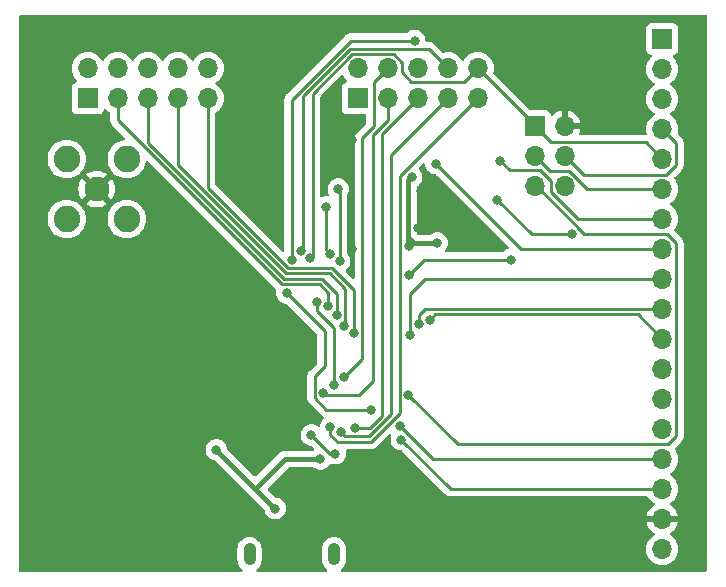
<source format=gbr>
%TF.GenerationSoftware,KiCad,Pcbnew,7.0.10*%
%TF.CreationDate,2024-11-13T12:28:53-05:00*%
%TF.ProjectId,pmodThingy,706d6f64-5468-4696-9e67-792e6b696361,rev?*%
%TF.SameCoordinates,Original*%
%TF.FileFunction,Copper,L2,Bot*%
%TF.FilePolarity,Positive*%
%FSLAX46Y46*%
G04 Gerber Fmt 4.6, Leading zero omitted, Abs format (unit mm)*
G04 Created by KiCad (PCBNEW 7.0.10) date 2024-11-13 12:28:53*
%MOMM*%
%LPD*%
G01*
G04 APERTURE LIST*
%TA.AperFunction,ComponentPad*%
%ADD10C,2.100000*%
%TD*%
%TA.AperFunction,ComponentPad*%
%ADD11C,2.250000*%
%TD*%
%TA.AperFunction,ComponentPad*%
%ADD12R,1.700000X1.700000*%
%TD*%
%TA.AperFunction,ComponentPad*%
%ADD13O,1.700000X1.700000*%
%TD*%
%TA.AperFunction,ComponentPad*%
%ADD14O,1.050000X1.900000*%
%TD*%
%TA.AperFunction,ViaPad*%
%ADD15C,0.800000*%
%TD*%
%TA.AperFunction,Conductor*%
%ADD16C,0.400000*%
%TD*%
%TA.AperFunction,Conductor*%
%ADD17C,0.250000*%
%TD*%
G04 APERTURE END LIST*
D10*
%TO.P,J6,1*%
%TO.N,+3V3*%
X122428000Y-59182000D03*
D11*
%TO.P,J6,S1*%
%TO.N,GND*%
X119888000Y-56642000D03*
%TO.P,J6,S2*%
X119888000Y-61722000D03*
%TO.P,J6,S3*%
X124968000Y-61722000D03*
%TO.P,J6,S4*%
X124968000Y-56642000D03*
%TD*%
D12*
%TO.P,J2,1,Pin_1*%
%TO.N,GND*%
X121666000Y-51497000D03*
D13*
%TO.P,J2,2,Pin_2*%
X121666000Y-48957000D03*
%TO.P,J2,3,Pin_3*%
%TO.N,/IO11_UART_TX*%
X124206000Y-51497000D03*
%TO.P,J2,4,Pin_4*%
%TO.N,/IO15*%
X124206000Y-48957000D03*
%TO.P,J2,5,Pin_5*%
%TO.N,/IO10_UART_RX*%
X126746000Y-51497000D03*
%TO.P,J2,6,Pin_6*%
%TO.N,/IO14*%
X126746000Y-48957000D03*
%TO.P,J2,7,Pin_7*%
%TO.N,/IO9_I2C_SDA*%
X129286000Y-51497000D03*
%TO.P,J2,8,Pin_8*%
%TO.N,/IO13*%
X129286000Y-48957000D03*
%TO.P,J2,9,Pin_9*%
%TO.N,/IO8_I2C_SCL*%
X131826000Y-51497000D03*
%TO.P,J2,10,Pin_10*%
%TO.N,/IO12*%
X131826000Y-48957000D03*
%TD*%
D12*
%TO.P,J5,1,Pin_1*%
%TO.N,/IO4_MISO*%
X159507000Y-53863000D03*
D13*
%TO.P,J5,2,Pin_2*%
%TO.N,+3V3*%
X162047000Y-53863000D03*
%TO.P,J5,3,Pin_3*%
%TO.N,/IO5_SCK*%
X159507000Y-56403000D03*
%TO.P,J5,4,Pin_4*%
%TO.N,/IO3_MOSI*%
X162047000Y-56403000D03*
%TO.P,J5,5,Pin_5*%
%TO.N,/RESET*%
X159507000Y-58943000D03*
%TO.P,J5,6,Pin_6*%
%TO.N,GND*%
X162047000Y-58943000D03*
%TD*%
D12*
%TO.P,J4,1,Pin_1*%
%TO.N,/IO0*%
X170307000Y-46482000D03*
D13*
%TO.P,J4,2,Pin_2*%
%TO.N,/IO1*%
X170307000Y-49022000D03*
%TO.P,J4,3,Pin_3*%
%TO.N,/IO2_SS*%
X170307000Y-51562000D03*
%TO.P,J4,4,Pin_4*%
%TO.N,/IO3_MOSI*%
X170307000Y-54102000D03*
%TO.P,J4,5,Pin_5*%
%TO.N,/IO4_MISO*%
X170307000Y-56642000D03*
%TO.P,J4,6,Pin_6*%
%TO.N,/IO5_SCK*%
X170307000Y-59182000D03*
%TO.P,J4,7,Pin_7*%
%TO.N,/IO6*%
X170307000Y-61722000D03*
%TO.P,J4,8,Pin_8*%
%TO.N,/IO7*%
X170307000Y-64262000D03*
%TO.P,J4,9,Pin_9*%
%TO.N,/IO8_I2C_SCL*%
X170307000Y-66802000D03*
%TO.P,J4,10,Pin_10*%
%TO.N,/IO9_I2C_SDA*%
X170307000Y-69342000D03*
%TO.P,J4,11,Pin_11*%
%TO.N,/IO10_UART_RX*%
X170307000Y-71882000D03*
%TO.P,J4,12,Pin_12*%
%TO.N,/IO11_UART_TX*%
X170307000Y-74422000D03*
%TO.P,J4,13,Pin_13*%
%TO.N,/IO12*%
X170307000Y-76962000D03*
%TO.P,J4,14,Pin_14*%
%TO.N,/IO13*%
X170307000Y-79502000D03*
%TO.P,J4,15,Pin_15*%
%TO.N,/IO14*%
X170307000Y-82042000D03*
%TO.P,J4,16,Pin_16*%
%TO.N,/IO15*%
X170307000Y-84582000D03*
%TO.P,J4,17,Pin_17*%
%TO.N,+3V3*%
X170307000Y-87122000D03*
%TO.P,J4,18,Pin_18*%
%TO.N,GND*%
X170307000Y-89662000D03*
%TD*%
D12*
%TO.P,J1,1,Pin_1*%
%TO.N,GND*%
X144526000Y-51497000D03*
D13*
%TO.P,J1,2,Pin_2*%
X144526000Y-48957000D03*
%TO.P,J1,3,Pin_3*%
%TO.N,/IO3_MOSI*%
X147066000Y-51497000D03*
%TO.P,J1,4,Pin_4*%
%TO.N,/IO7*%
X147066000Y-48957000D03*
%TO.P,J1,5,Pin_5*%
%TO.N,/IO2_SS*%
X149606000Y-51497000D03*
%TO.P,J1,6,Pin_6*%
%TO.N,/IO6*%
X149606000Y-48957000D03*
%TO.P,J1,7,Pin_7*%
%TO.N,/IO1*%
X152146000Y-51497000D03*
%TO.P,J1,8,Pin_8*%
%TO.N,/IO5_SCK*%
X152146000Y-48957000D03*
%TO.P,J1,9,Pin_9*%
%TO.N,/IO0*%
X154686000Y-51497000D03*
%TO.P,J1,10,Pin_10*%
%TO.N,/IO4_MISO*%
X154686000Y-48957000D03*
%TD*%
D14*
%TO.P,J3,6,Shield*%
%TO.N,unconnected-(J3-Shield-Pad6)*%
X135363000Y-90100000D03*
X142513000Y-90100000D03*
%TD*%
D15*
%TO.N,GND*%
X149098000Y-58166000D03*
X151257000Y-63754000D03*
X148844000Y-64008000D03*
%TO.N,Net-(U1-UCAP)*%
X140589000Y-80010000D03*
X142615335Y-81582005D03*
%TO.N,/USB_VBUS*%
X132543000Y-81255000D03*
X137541000Y-86233000D03*
X141351000Y-82042000D03*
%TO.N,+3V3*%
X139700000Y-74295000D03*
X123571000Y-73406000D03*
X133604000Y-66802000D03*
X149606000Y-62484000D03*
X127889000Y-79121000D03*
X144018000Y-64262000D03*
X144018000Y-54991000D03*
X138557000Y-50292000D03*
X149860000Y-59309000D03*
X129603000Y-64516000D03*
X133604000Y-77470000D03*
X128905000Y-76835000D03*
%TO.N,/IO0*%
X142209853Y-79362080D03*
%TO.N,/IO1*%
X143129000Y-79756000D03*
%TO.N,/IO2_SS*%
X144272000Y-79375000D03*
%TO.N,/IO3_MOSI*%
X141605000Y-76454000D03*
%TO.N,/IO4_MISO*%
X140514000Y-65013697D03*
%TO.N,/IO5_SCK*%
X139700000Y-64389000D03*
%TO.N,/IO6*%
X138938000Y-65151000D03*
X156591000Y-56769000D03*
X149352000Y-46607000D03*
%TO.N,/IO7*%
X143383000Y-75078846D03*
X151130000Y-57023000D03*
%TO.N,/IO8_I2C_SCL*%
X148971000Y-71501000D03*
X144182000Y-71374000D03*
%TO.N,/IO9_I2C_SDA*%
X149696000Y-70612000D03*
X143384283Y-70770963D03*
%TO.N,/IO10_UART_RX*%
X142732000Y-69850000D03*
X150622000Y-70231000D03*
%TO.N,/IO11_UART_TX*%
X142007000Y-69073822D03*
%TO.N,/IO12*%
X143002000Y-65278000D03*
X162687000Y-62992000D03*
X156337000Y-60071000D03*
X142875000Y-59182000D03*
%TO.N,/IO13*%
X157480000Y-65151000D03*
X148844000Y-66421000D03*
%TO.N,/IO14*%
X142494000Y-75803846D03*
X148086653Y-79243347D03*
X141057370Y-68760439D03*
X141859000Y-60706000D03*
X142205000Y-64643000D03*
%TO.N,/IO15*%
X138493669Y-67977000D03*
X148209000Y-80391000D03*
X145669000Y-77851000D03*
%TO.N,/RESET*%
X148807000Y-76581000D03*
%TD*%
D16*
%TO.N,GND*%
X148844000Y-64008000D02*
X148806000Y-63970000D01*
X148806000Y-63246000D02*
X149314000Y-63754000D01*
X148806000Y-58458000D02*
X149098000Y-58166000D01*
X148806000Y-63246000D02*
X148806000Y-58458000D01*
X148806000Y-63970000D02*
X148806000Y-63246000D01*
X149314000Y-63754000D02*
X151257000Y-63754000D01*
D17*
%TO.N,Net-(U1-UCAP)*%
X142615335Y-81582005D02*
X142161005Y-81582005D01*
X142161005Y-81582005D02*
X140589000Y-80010000D01*
D16*
%TO.N,/USB_VBUS*%
X138360000Y-82042000D02*
X135845000Y-84557000D01*
X132563000Y-81255000D02*
X132543000Y-81255000D01*
X141351000Y-82042000D02*
X138360000Y-82042000D01*
X137541000Y-86233000D02*
X132563000Y-81255000D01*
D17*
%TO.N,/IO0*%
X148082000Y-59055000D02*
X148082000Y-78117097D01*
X142209853Y-79979853D02*
X142209853Y-79362080D01*
X142813105Y-80583105D02*
X142209853Y-79979853D01*
X148082000Y-78117097D02*
X145615992Y-80583105D01*
X145615992Y-80583105D02*
X142813105Y-80583105D01*
X148082000Y-58101000D02*
X148082000Y-59055000D01*
X154686000Y-51497000D02*
X148082000Y-58101000D01*
%TO.N,/IO1*%
X147320000Y-56323000D02*
X147320000Y-56515000D01*
X147320000Y-56515000D02*
X147320000Y-78242701D01*
X145462701Y-80100000D02*
X143473000Y-80100000D01*
X147320000Y-78242701D02*
X145462701Y-80100000D01*
X143473000Y-80100000D02*
X143129000Y-79756000D01*
X152146000Y-51497000D02*
X147320000Y-56323000D01*
%TO.N,/IO2_SS*%
X149606000Y-51497000D02*
X146558000Y-54545000D01*
X146558000Y-54545000D02*
X146558000Y-54991000D01*
X146558000Y-78368305D02*
X145551305Y-79375000D01*
X146558000Y-54991000D02*
X146558000Y-78368305D01*
X145551305Y-79375000D02*
X144272000Y-79375000D01*
%TO.N,/IO3_MOSI*%
X171482000Y-57128701D02*
X171482000Y-55277000D01*
X145796000Y-54610000D02*
X147066000Y-53340000D01*
X144662305Y-76581000D02*
X145796000Y-75447305D01*
X162047000Y-56403000D02*
X163651000Y-58007000D01*
X163651000Y-58007000D02*
X170603701Y-58007000D01*
X145796000Y-75447305D02*
X145796000Y-54610000D01*
X170603701Y-58007000D02*
X171482000Y-57128701D01*
X141732000Y-76581000D02*
X144662305Y-76581000D01*
X141605000Y-76454000D02*
X141732000Y-76581000D01*
X171482000Y-55277000D02*
X170307000Y-54102000D01*
X147066000Y-53340000D02*
X147066000Y-51497000D01*
%TO.N,/IO4_MISO*%
X159507000Y-53863000D02*
X160872000Y-55228000D01*
X140716000Y-64811697D02*
X140716000Y-51105299D01*
X153511000Y-50132000D02*
X154686000Y-48957000D01*
X148241000Y-48470299D02*
X148241000Y-49308000D01*
X147552701Y-47782000D02*
X148241000Y-48470299D01*
X154686000Y-48957000D02*
X159507000Y-53778000D01*
X168893000Y-55228000D02*
X170307000Y-56642000D01*
X160872000Y-55228000D02*
X168893000Y-55228000D01*
X159507000Y-53778000D02*
X159507000Y-53863000D01*
X148241000Y-49308000D02*
X149065000Y-50132000D01*
X149065000Y-50132000D02*
X153511000Y-50132000D01*
X144039299Y-47782000D02*
X147552701Y-47782000D01*
X140514000Y-65013697D02*
X140716000Y-64811697D01*
X140716000Y-51105299D02*
X144039299Y-47782000D01*
%TO.N,/IO5_SCK*%
X163947701Y-59182000D02*
X162423701Y-57658000D01*
X139700000Y-64389000D02*
X139883948Y-64205052D01*
X162423701Y-57658000D02*
X160762000Y-57658000D01*
X160762000Y-57658000D02*
X159507000Y-56403000D01*
X139883948Y-64205052D02*
X139883948Y-51300955D01*
X159507000Y-56403000D02*
X159507000Y-56891000D01*
X170307000Y-59182000D02*
X163947701Y-59182000D01*
X150521000Y-47332000D02*
X152146000Y-48957000D01*
X139883948Y-51300955D02*
X143852903Y-47332000D01*
X143852903Y-47332000D02*
X150521000Y-47332000D01*
%TO.N,/IO6*%
X160872000Y-58510000D02*
X160872000Y-59429701D01*
X157400000Y-57578000D02*
X159940000Y-57578000D01*
X143941507Y-46607000D02*
X149352000Y-46607000D01*
X160872000Y-59429701D02*
X163164299Y-61722000D01*
X138938000Y-51610507D02*
X143941507Y-46607000D01*
X156591000Y-56769000D02*
X157400000Y-57578000D01*
X159940000Y-57578000D02*
X160872000Y-58510000D01*
X138938000Y-65151000D02*
X138938000Y-51610507D01*
X163164299Y-61722000D02*
X170307000Y-61722000D01*
%TO.N,/IO7*%
X145891000Y-50132000D02*
X147066000Y-48957000D01*
X144907000Y-54862604D02*
X145891000Y-53878604D01*
X145891000Y-53878604D02*
X145891000Y-50132000D01*
X170307000Y-64262000D02*
X158369000Y-64262000D01*
X158369000Y-64262000D02*
X151130000Y-57023000D01*
X143383000Y-75078846D02*
X144907000Y-73554846D01*
X144907000Y-73554846D02*
X144907000Y-54862604D01*
%TO.N,/IO8_I2C_SCL*%
X142330000Y-65876000D02*
X138637695Y-65876000D01*
X144182000Y-67728000D02*
X142330000Y-65876000D01*
X150241000Y-66802000D02*
X148971000Y-68072000D01*
X170307000Y-66802000D02*
X150241000Y-66802000D01*
X131826000Y-59064305D02*
X131826000Y-51497000D01*
X144182000Y-71374000D02*
X144182000Y-67728000D01*
X148971000Y-68072000D02*
X148971000Y-71501000D01*
X138637695Y-65876000D02*
X131826000Y-59064305D01*
%TO.N,/IO9_I2C_SDA*%
X149696000Y-69887000D02*
X149696000Y-70612000D01*
X143384283Y-70770963D02*
X143457000Y-70698246D01*
X150241000Y-69342000D02*
X149696000Y-69887000D01*
X143457000Y-67639396D02*
X142143604Y-66326000D01*
X143457000Y-70698246D02*
X143457000Y-67639396D01*
X138451299Y-66326000D02*
X129286000Y-57160701D01*
X142143604Y-66326000D02*
X138451299Y-66326000D01*
X129286000Y-57160701D02*
X129286000Y-51497000D01*
X170307000Y-69342000D02*
X150241000Y-69342000D01*
%TO.N,/IO10_UART_RX*%
X126746000Y-55257097D02*
X126746000Y-51497000D01*
X142732000Y-68056000D02*
X141478000Y-66802000D01*
X151061000Y-69792000D02*
X150622000Y-70231000D01*
X142732000Y-69850000D02*
X142732000Y-68056000D01*
X168217000Y-69792000D02*
X151061000Y-69792000D01*
X138290903Y-66802000D02*
X126746000Y-55257097D01*
X141478000Y-66802000D02*
X138290903Y-66802000D01*
X170307000Y-71882000D02*
X168217000Y-69792000D01*
%TO.N,/IO11_UART_TX*%
X138104507Y-67252000D02*
X124206000Y-53353493D01*
X142007000Y-69073822D02*
X142007000Y-67967396D01*
X141291604Y-67252000D02*
X138104507Y-67252000D01*
X142007000Y-67967396D02*
X141291604Y-67252000D01*
X124206000Y-53353493D02*
X124206000Y-51497000D01*
%TO.N,/IO12*%
X142875000Y-59182000D02*
X143002000Y-59309000D01*
X143002000Y-59309000D02*
X143002000Y-65278000D01*
X162687000Y-62992000D02*
X159258000Y-62992000D01*
X159258000Y-62992000D02*
X156337000Y-60071000D01*
%TO.N,/IO13*%
X157480000Y-65151000D02*
X150114000Y-65151000D01*
X150114000Y-65151000D02*
X148844000Y-66421000D01*
%TO.N,/IO14*%
X141057370Y-69516418D02*
X142494000Y-70953048D01*
X150885306Y-82042000D02*
X170307000Y-82042000D01*
X142494000Y-70953048D02*
X142494000Y-75803846D01*
X141057370Y-68760439D02*
X141057370Y-69516418D01*
X141859000Y-60706000D02*
X141859000Y-64297000D01*
X141859000Y-64297000D02*
X142205000Y-64643000D01*
X148086653Y-79243347D02*
X150885306Y-82042000D01*
%TO.N,/IO15*%
X140880000Y-75050305D02*
X140880000Y-76872000D01*
X138493669Y-67977000D02*
X141732000Y-71215331D01*
X141859000Y-77851000D02*
X145669000Y-77851000D01*
X140880000Y-76872000D02*
X141859000Y-77851000D01*
X152400000Y-84582000D02*
X170307000Y-84582000D01*
X141732000Y-74198305D02*
X140880000Y-75050305D01*
X141732000Y-71215331D02*
X141732000Y-74198305D01*
X148209000Y-80391000D02*
X152400000Y-84582000D01*
%TO.N,/RESET*%
X171482000Y-63775299D02*
X171482000Y-80105000D01*
X170815000Y-80772000D02*
X152998000Y-80772000D01*
X159663305Y-58943000D02*
X163712305Y-62992000D01*
X159507000Y-58943000D02*
X159663305Y-58943000D01*
X152998000Y-80772000D02*
X148807000Y-76581000D01*
X170698701Y-62992000D02*
X171482000Y-63775299D01*
X163712305Y-62992000D02*
X170698701Y-62992000D01*
X171482000Y-80105000D02*
X170815000Y-80772000D01*
%TD*%
%TA.AperFunction,Conductor*%
%TO.N,+3V3*%
G36*
X143268425Y-49539976D02*
G01*
X143324358Y-49581848D01*
X143337473Y-49603752D01*
X143351966Y-49634832D01*
X143397481Y-49699834D01*
X143487501Y-49828396D01*
X143487506Y-49828402D01*
X143609430Y-49950326D01*
X143642915Y-50011649D01*
X143637931Y-50081341D01*
X143596059Y-50137274D01*
X143565083Y-50154189D01*
X143433669Y-50203203D01*
X143433664Y-50203206D01*
X143318455Y-50289452D01*
X143318452Y-50289455D01*
X143232206Y-50404664D01*
X143232202Y-50404671D01*
X143181908Y-50539517D01*
X143175501Y-50599116D01*
X143175500Y-50599135D01*
X143175500Y-52394870D01*
X143175501Y-52394876D01*
X143181908Y-52454483D01*
X143232202Y-52589328D01*
X143232206Y-52589335D01*
X143318452Y-52704544D01*
X143318455Y-52704547D01*
X143433664Y-52790793D01*
X143433671Y-52790797D01*
X143568517Y-52841091D01*
X143568516Y-52841091D01*
X143575444Y-52841835D01*
X143628127Y-52847500D01*
X145141500Y-52847499D01*
X145208539Y-52867184D01*
X145254294Y-52919987D01*
X145265500Y-52971499D01*
X145265500Y-53568150D01*
X145245815Y-53635189D01*
X145229181Y-53655831D01*
X144523208Y-54361803D01*
X144510951Y-54371624D01*
X144511134Y-54371845D01*
X144505122Y-54376818D01*
X144459098Y-54425827D01*
X144456391Y-54428620D01*
X144436889Y-54448121D01*
X144436875Y-54448138D01*
X144434407Y-54451319D01*
X144426843Y-54460174D01*
X144396937Y-54492022D01*
X144396936Y-54492024D01*
X144387284Y-54509580D01*
X144376610Y-54525830D01*
X144364329Y-54541665D01*
X144364324Y-54541672D01*
X144346975Y-54581762D01*
X144341838Y-54592248D01*
X144320803Y-54630510D01*
X144315822Y-54649911D01*
X144309521Y-54668314D01*
X144301562Y-54686706D01*
X144301561Y-54686709D01*
X144294728Y-54729847D01*
X144292360Y-54741278D01*
X144281501Y-54783575D01*
X144281500Y-54783586D01*
X144281500Y-54803620D01*
X144279973Y-54823019D01*
X144276840Y-54842798D01*
X144276840Y-54842799D01*
X144280950Y-54886278D01*
X144281500Y-54897947D01*
X144281500Y-66643547D01*
X144261815Y-66710586D01*
X144209011Y-66756341D01*
X144139853Y-66766285D01*
X144076297Y-66737260D01*
X144069819Y-66731228D01*
X143526122Y-66187531D01*
X143492637Y-66126208D01*
X143497621Y-66056516D01*
X143539493Y-66000583D01*
X143540918Y-65999532D01*
X143561646Y-65984472D01*
X143607871Y-65950888D01*
X143734533Y-65810216D01*
X143829179Y-65646284D01*
X143887674Y-65466256D01*
X143907460Y-65278000D01*
X143887674Y-65089744D01*
X143829179Y-64909716D01*
X143734533Y-64745784D01*
X143685571Y-64691406D01*
X143659350Y-64662284D01*
X143629120Y-64599292D01*
X143627500Y-64579312D01*
X143627500Y-59712857D01*
X143644113Y-59650857D01*
X143647112Y-59645663D01*
X143702179Y-59550284D01*
X143760674Y-59370256D01*
X143780460Y-59182000D01*
X143760674Y-58993744D01*
X143702179Y-58813716D01*
X143607533Y-58649784D01*
X143480871Y-58509112D01*
X143480870Y-58509111D01*
X143327734Y-58397851D01*
X143327729Y-58397848D01*
X143154807Y-58320857D01*
X143154802Y-58320855D01*
X143009001Y-58289865D01*
X142969646Y-58281500D01*
X142780354Y-58281500D01*
X142747897Y-58288398D01*
X142595197Y-58320855D01*
X142595192Y-58320857D01*
X142422270Y-58397848D01*
X142422265Y-58397851D01*
X142269129Y-58509111D01*
X142142466Y-58649785D01*
X142047821Y-58813715D01*
X142047818Y-58813722D01*
X141989327Y-58993740D01*
X141989326Y-58993744D01*
X141969540Y-59182000D01*
X141989326Y-59370256D01*
X141989327Y-59370259D01*
X142047818Y-59550277D01*
X142047820Y-59550282D01*
X142047821Y-59550284D01*
X142056772Y-59565788D01*
X142089702Y-59622825D01*
X142106173Y-59690726D01*
X142083321Y-59756752D01*
X142028399Y-59799942D01*
X141958845Y-59806583D01*
X141956609Y-59806129D01*
X141953646Y-59805500D01*
X141764354Y-59805500D01*
X141747761Y-59809027D01*
X141579197Y-59844855D01*
X141515935Y-59873022D01*
X141446685Y-59882306D01*
X141383409Y-59852678D01*
X141346196Y-59793543D01*
X141341500Y-59759742D01*
X141341500Y-51415750D01*
X141361185Y-51348711D01*
X141377814Y-51328074D01*
X143137412Y-49568475D01*
X143198733Y-49534992D01*
X143268425Y-49539976D01*
G37*
%TD.AperFunction*%
%TA.AperFunction,Conductor*%
G36*
X150154612Y-57015490D02*
G01*
X150210545Y-57057362D01*
X150234599Y-57118709D01*
X150236493Y-57136731D01*
X150244326Y-57211256D01*
X150244327Y-57211259D01*
X150302818Y-57391277D01*
X150302821Y-57391284D01*
X150397467Y-57555216D01*
X150468214Y-57633788D01*
X150524129Y-57695888D01*
X150677265Y-57807148D01*
X150677270Y-57807151D01*
X150850192Y-57884142D01*
X150850197Y-57884144D01*
X151035354Y-57923500D01*
X151094548Y-57923500D01*
X151161587Y-57943185D01*
X151182229Y-57959819D01*
X157296072Y-64073663D01*
X157329557Y-64134986D01*
X157324573Y-64204678D01*
X157282701Y-64260611D01*
X157234173Y-64282634D01*
X157200196Y-64289856D01*
X157200192Y-64289857D01*
X157027270Y-64366848D01*
X157027265Y-64366851D01*
X156874130Y-64478110D01*
X156874126Y-64478114D01*
X156868400Y-64484474D01*
X156808913Y-64521121D01*
X156776252Y-64525500D01*
X152052589Y-64525500D01*
X151985550Y-64505815D01*
X151939795Y-64453011D01*
X151929851Y-64383853D01*
X151958876Y-64320297D01*
X151960439Y-64318528D01*
X151989533Y-64286216D01*
X152084179Y-64122284D01*
X152142674Y-63942256D01*
X152162460Y-63754000D01*
X152142674Y-63565744D01*
X152084179Y-63385716D01*
X151989533Y-63221784D01*
X151862871Y-63081112D01*
X151862870Y-63081111D01*
X151709734Y-62969851D01*
X151709729Y-62969848D01*
X151536807Y-62892857D01*
X151536802Y-62892855D01*
X151391001Y-62861865D01*
X151351646Y-62853500D01*
X151162354Y-62853500D01*
X151129897Y-62860398D01*
X150977197Y-62892855D01*
X150977192Y-62892857D01*
X150804270Y-62969848D01*
X150804265Y-62969851D01*
X150721729Y-63029818D01*
X150655923Y-63053298D01*
X150648844Y-63053500D01*
X149655519Y-63053500D01*
X149588480Y-63033815D01*
X149567836Y-63017179D01*
X149542817Y-62992159D01*
X149509333Y-62930836D01*
X149506500Y-62904480D01*
X149506500Y-59045467D01*
X149526185Y-58978428D01*
X149557615Y-58945149D01*
X149592210Y-58920013D01*
X149703871Y-58838888D01*
X149830533Y-58698216D01*
X149925179Y-58534284D01*
X149983674Y-58354256D01*
X150003460Y-58166000D01*
X149983674Y-57977744D01*
X149925179Y-57797716D01*
X149830533Y-57633784D01*
X149721298Y-57512467D01*
X149691071Y-57449480D01*
X149699696Y-57380145D01*
X149725767Y-57341821D01*
X150023599Y-57043989D01*
X150084920Y-57010506D01*
X150154612Y-57015490D01*
G37*
%TD.AperFunction*%
%TA.AperFunction,Conductor*%
G36*
X174059539Y-44470185D02*
G01*
X174105294Y-44522989D01*
X174116500Y-44574500D01*
X174116500Y-91442500D01*
X174096815Y-91509539D01*
X174044011Y-91555294D01*
X173992500Y-91566500D01*
X143206991Y-91566500D01*
X143139952Y-91546815D01*
X143094197Y-91494011D01*
X143084253Y-91424853D01*
X143113278Y-91361297D01*
X143128327Y-91346646D01*
X143129424Y-91345745D01*
X143241647Y-91253647D01*
X143369798Y-91097494D01*
X143456169Y-90935905D01*
X143465021Y-90919345D01*
X143465021Y-90919344D01*
X143465023Y-90919341D01*
X143523662Y-90726033D01*
X143538500Y-90575380D01*
X143538500Y-89624620D01*
X143523662Y-89473967D01*
X143465023Y-89280659D01*
X143465021Y-89280656D01*
X143465021Y-89280654D01*
X143369801Y-89102511D01*
X143369799Y-89102509D01*
X143369798Y-89102506D01*
X143330824Y-89055016D01*
X143241647Y-88946352D01*
X143085495Y-88818203D01*
X143085488Y-88818198D01*
X142907345Y-88722978D01*
X142714031Y-88664337D01*
X142513000Y-88644538D01*
X142311968Y-88664337D01*
X142118654Y-88722978D01*
X141940511Y-88818198D01*
X141940504Y-88818203D01*
X141784352Y-88946352D01*
X141656203Y-89102504D01*
X141656198Y-89102511D01*
X141560978Y-89280654D01*
X141502337Y-89473968D01*
X141487500Y-89624623D01*
X141487500Y-90575376D01*
X141502337Y-90726031D01*
X141560978Y-90919345D01*
X141656198Y-91097488D01*
X141656203Y-91097495D01*
X141784352Y-91253646D01*
X141897673Y-91346646D01*
X141937008Y-91404392D01*
X141938879Y-91474237D01*
X141902692Y-91534005D01*
X141839936Y-91564721D01*
X141819009Y-91566500D01*
X136056991Y-91566500D01*
X135989952Y-91546815D01*
X135944197Y-91494011D01*
X135934253Y-91424853D01*
X135963278Y-91361297D01*
X135978327Y-91346646D01*
X135979424Y-91345745D01*
X136091647Y-91253647D01*
X136219798Y-91097494D01*
X136306169Y-90935905D01*
X136315021Y-90919345D01*
X136315021Y-90919344D01*
X136315023Y-90919341D01*
X136373662Y-90726033D01*
X136388500Y-90575380D01*
X136388500Y-89624620D01*
X136373662Y-89473967D01*
X136315023Y-89280659D01*
X136315021Y-89280656D01*
X136315021Y-89280654D01*
X136219801Y-89102511D01*
X136219799Y-89102509D01*
X136219798Y-89102506D01*
X136180824Y-89055016D01*
X136091647Y-88946352D01*
X135935495Y-88818203D01*
X135935488Y-88818198D01*
X135757345Y-88722978D01*
X135564031Y-88664337D01*
X135363000Y-88644538D01*
X135161968Y-88664337D01*
X134968654Y-88722978D01*
X134790511Y-88818198D01*
X134790504Y-88818203D01*
X134634352Y-88946352D01*
X134506203Y-89102504D01*
X134506198Y-89102511D01*
X134410978Y-89280654D01*
X134352337Y-89473968D01*
X134337500Y-89624623D01*
X134337500Y-90575376D01*
X134352337Y-90726031D01*
X134410978Y-90919345D01*
X134506198Y-91097488D01*
X134506203Y-91097495D01*
X134634352Y-91253646D01*
X134747673Y-91346646D01*
X134787008Y-91404392D01*
X134788879Y-91474237D01*
X134752692Y-91534005D01*
X134689936Y-91564721D01*
X134669009Y-91566500D01*
X115948500Y-91566500D01*
X115881461Y-91546815D01*
X115835706Y-91494011D01*
X115824500Y-91442500D01*
X115824500Y-61722000D01*
X118257474Y-61722000D01*
X118277547Y-61977064D01*
X118277547Y-61977067D01*
X118277548Y-61977070D01*
X118327628Y-62185664D01*
X118337279Y-62225864D01*
X118435188Y-62462239D01*
X118435190Y-62462242D01*
X118568875Y-62680396D01*
X118568878Y-62680401D01*
X118637871Y-62761181D01*
X118735044Y-62874956D01*
X118829751Y-62955843D01*
X118929598Y-63041121D01*
X118929600Y-63041122D01*
X118929601Y-63041123D01*
X118994856Y-63081111D01*
X119147757Y-63174809D01*
X119147760Y-63174811D01*
X119384135Y-63272720D01*
X119384140Y-63272722D01*
X119632930Y-63332452D01*
X119888000Y-63352526D01*
X120143070Y-63332452D01*
X120391860Y-63272722D01*
X120514835Y-63221784D01*
X120628239Y-63174811D01*
X120628240Y-63174810D01*
X120628243Y-63174809D01*
X120846399Y-63041123D01*
X121040956Y-62874956D01*
X121207123Y-62680399D01*
X121340809Y-62462243D01*
X121438722Y-62225860D01*
X121498452Y-61977070D01*
X121518526Y-61722000D01*
X123337474Y-61722000D01*
X123357547Y-61977064D01*
X123357547Y-61977067D01*
X123357548Y-61977070D01*
X123407628Y-62185664D01*
X123417279Y-62225864D01*
X123515188Y-62462239D01*
X123515190Y-62462242D01*
X123648875Y-62680396D01*
X123648878Y-62680401D01*
X123717871Y-62761181D01*
X123815044Y-62874956D01*
X123909751Y-62955843D01*
X124009598Y-63041121D01*
X124009600Y-63041122D01*
X124009601Y-63041123D01*
X124074856Y-63081111D01*
X124227757Y-63174809D01*
X124227760Y-63174811D01*
X124464135Y-63272720D01*
X124464140Y-63272722D01*
X124712930Y-63332452D01*
X124968000Y-63352526D01*
X125223070Y-63332452D01*
X125471860Y-63272722D01*
X125594835Y-63221784D01*
X125708239Y-63174811D01*
X125708240Y-63174810D01*
X125708243Y-63174809D01*
X125926399Y-63041123D01*
X126120956Y-62874956D01*
X126287123Y-62680399D01*
X126420809Y-62462243D01*
X126518722Y-62225860D01*
X126578452Y-61977070D01*
X126598526Y-61722000D01*
X126578452Y-61466930D01*
X126518722Y-61218140D01*
X126478841Y-61121858D01*
X126420811Y-60981760D01*
X126420809Y-60981757D01*
X126414717Y-60971816D01*
X126287123Y-60763601D01*
X126287122Y-60763600D01*
X126287121Y-60763598D01*
X126227319Y-60693579D01*
X126120956Y-60569044D01*
X125973956Y-60443494D01*
X125926401Y-60402878D01*
X125926396Y-60402875D01*
X125708242Y-60269190D01*
X125708239Y-60269188D01*
X125471864Y-60171279D01*
X125471860Y-60171278D01*
X125223070Y-60111548D01*
X125223067Y-60111547D01*
X125223064Y-60111547D01*
X124968000Y-60091474D01*
X124712935Y-60111547D01*
X124712931Y-60111547D01*
X124712930Y-60111548D01*
X124629725Y-60131524D01*
X124464135Y-60171279D01*
X124227760Y-60269188D01*
X124227757Y-60269190D01*
X124009603Y-60402875D01*
X124009598Y-60402878D01*
X123815044Y-60569044D01*
X123648878Y-60763598D01*
X123648875Y-60763603D01*
X123515190Y-60981757D01*
X123515188Y-60981760D01*
X123417279Y-61218135D01*
X123357547Y-61466935D01*
X123337474Y-61722000D01*
X121518526Y-61722000D01*
X121498452Y-61466930D01*
X121438722Y-61218140D01*
X121398841Y-61121858D01*
X121340811Y-60981760D01*
X121340809Y-60981757D01*
X121334717Y-60971816D01*
X121207123Y-60763601D01*
X121207122Y-60763600D01*
X121207121Y-60763598D01*
X121147319Y-60693579D01*
X121040956Y-60569044D01*
X120893956Y-60443494D01*
X120846401Y-60402878D01*
X120846396Y-60402875D01*
X120628242Y-60269190D01*
X120628239Y-60269188D01*
X120391864Y-60171279D01*
X120391860Y-60171278D01*
X120143070Y-60111548D01*
X120143067Y-60111547D01*
X120143064Y-60111547D01*
X119888000Y-60091474D01*
X119632935Y-60111547D01*
X119632931Y-60111547D01*
X119632930Y-60111548D01*
X119549725Y-60131524D01*
X119384135Y-60171279D01*
X119147760Y-60269188D01*
X119147757Y-60269190D01*
X118929603Y-60402875D01*
X118929598Y-60402878D01*
X118735044Y-60569044D01*
X118568878Y-60763598D01*
X118568875Y-60763603D01*
X118435190Y-60981757D01*
X118435188Y-60981760D01*
X118337279Y-61218135D01*
X118277547Y-61466935D01*
X118257474Y-61722000D01*
X115824500Y-61722000D01*
X115824500Y-59182000D01*
X120873207Y-59182000D01*
X120892348Y-59425219D01*
X120949303Y-59662457D01*
X121042668Y-59887861D01*
X121166504Y-60089941D01*
X121787859Y-59468586D01*
X121847680Y-59582566D01*
X121960405Y-59709806D01*
X122100305Y-59806371D01*
X122141542Y-59822010D01*
X121520057Y-60443494D01*
X121722138Y-60567331D01*
X121947542Y-60660696D01*
X122184780Y-60717651D01*
X122184779Y-60717651D01*
X122428000Y-60736792D01*
X122671219Y-60717651D01*
X122908457Y-60660696D01*
X123133861Y-60567331D01*
X123335941Y-60443495D01*
X123335941Y-60443494D01*
X122714457Y-59822010D01*
X122755695Y-59806371D01*
X122895595Y-59709806D01*
X123008320Y-59582566D01*
X123068140Y-59468587D01*
X123689494Y-60089941D01*
X123689495Y-60089941D01*
X123813331Y-59887861D01*
X123906696Y-59662457D01*
X123963651Y-59425219D01*
X123982792Y-59182000D01*
X123963651Y-58938780D01*
X123906696Y-58701542D01*
X123813331Y-58476138D01*
X123689494Y-58274057D01*
X123068139Y-58895412D01*
X123008320Y-58781434D01*
X122895595Y-58654194D01*
X122755695Y-58557629D01*
X122714457Y-58541989D01*
X123335941Y-57920504D01*
X123133861Y-57796668D01*
X122908457Y-57703303D01*
X122671219Y-57646348D01*
X122671220Y-57646348D01*
X122428000Y-57627207D01*
X122184780Y-57646348D01*
X121947542Y-57703303D01*
X121722138Y-57796668D01*
X121520057Y-57920504D01*
X122141543Y-58541989D01*
X122100305Y-58557629D01*
X121960405Y-58654194D01*
X121847680Y-58781434D01*
X121787859Y-58895412D01*
X121166504Y-58274057D01*
X121042668Y-58476138D01*
X120949303Y-58701542D01*
X120892348Y-58938780D01*
X120873207Y-59182000D01*
X115824500Y-59182000D01*
X115824500Y-56642000D01*
X118257474Y-56642000D01*
X118277547Y-56897064D01*
X118277547Y-56897067D01*
X118277548Y-56897070D01*
X118327628Y-57105664D01*
X118337279Y-57145864D01*
X118435188Y-57382239D01*
X118435190Y-57382242D01*
X118568875Y-57600396D01*
X118568878Y-57600401D01*
X118608121Y-57646348D01*
X118735044Y-57794956D01*
X118839468Y-57884142D01*
X118929598Y-57961121D01*
X118929600Y-57961122D01*
X118929601Y-57961123D01*
X119081422Y-58054159D01*
X119147757Y-58094809D01*
X119147760Y-58094811D01*
X119384135Y-58192720D01*
X119384140Y-58192722D01*
X119632930Y-58252452D01*
X119888000Y-58272526D01*
X120143070Y-58252452D01*
X120391860Y-58192722D01*
X120523918Y-58138022D01*
X120628239Y-58094811D01*
X120628240Y-58094810D01*
X120628243Y-58094809D01*
X120846399Y-57961123D01*
X121040956Y-57794956D01*
X121207123Y-57600399D01*
X121340809Y-57382243D01*
X121365360Y-57322973D01*
X121426771Y-57174712D01*
X121438722Y-57145860D01*
X121498452Y-56897070D01*
X121518526Y-56642000D01*
X121498452Y-56386930D01*
X121438722Y-56138140D01*
X121427224Y-56110382D01*
X121340811Y-55901760D01*
X121340809Y-55901757D01*
X121320429Y-55868500D01*
X121207123Y-55683601D01*
X121207122Y-55683600D01*
X121207121Y-55683598D01*
X121077301Y-55531599D01*
X121040956Y-55489044D01*
X120914942Y-55381418D01*
X120846401Y-55322878D01*
X120846396Y-55322875D01*
X120628242Y-55189190D01*
X120628239Y-55189188D01*
X120391864Y-55091279D01*
X120391860Y-55091278D01*
X120143070Y-55031548D01*
X120143067Y-55031547D01*
X120143064Y-55031547D01*
X119888000Y-55011474D01*
X119632935Y-55031547D01*
X119632931Y-55031547D01*
X119632930Y-55031548D01*
X119508535Y-55061413D01*
X119384135Y-55091279D01*
X119147760Y-55189188D01*
X119147757Y-55189190D01*
X118929603Y-55322875D01*
X118929598Y-55322878D01*
X118735044Y-55489044D01*
X118568878Y-55683598D01*
X118568875Y-55683603D01*
X118435190Y-55901757D01*
X118435188Y-55901760D01*
X118337279Y-56138135D01*
X118277547Y-56386935D01*
X118257474Y-56642000D01*
X115824500Y-56642000D01*
X115824500Y-48957000D01*
X120310341Y-48957000D01*
X120330936Y-49192403D01*
X120330938Y-49192413D01*
X120392094Y-49420655D01*
X120392096Y-49420659D01*
X120392097Y-49420663D01*
X120422407Y-49485663D01*
X120491965Y-49634830D01*
X120491967Y-49634834D01*
X120537481Y-49699834D01*
X120627501Y-49828396D01*
X120627506Y-49828402D01*
X120749430Y-49950326D01*
X120782915Y-50011649D01*
X120777931Y-50081341D01*
X120736059Y-50137274D01*
X120705083Y-50154189D01*
X120573669Y-50203203D01*
X120573664Y-50203206D01*
X120458455Y-50289452D01*
X120458452Y-50289455D01*
X120372206Y-50404664D01*
X120372202Y-50404671D01*
X120321908Y-50539517D01*
X120315501Y-50599116D01*
X120315500Y-50599135D01*
X120315500Y-52394870D01*
X120315501Y-52394876D01*
X120321908Y-52454483D01*
X120372202Y-52589328D01*
X120372206Y-52589335D01*
X120458452Y-52704544D01*
X120458455Y-52704547D01*
X120573664Y-52790793D01*
X120573671Y-52790797D01*
X120708517Y-52841091D01*
X120708516Y-52841091D01*
X120715444Y-52841835D01*
X120768127Y-52847500D01*
X122563872Y-52847499D01*
X122623483Y-52841091D01*
X122758331Y-52790796D01*
X122873546Y-52704546D01*
X122959796Y-52589331D01*
X123008810Y-52457916D01*
X123050681Y-52401984D01*
X123116145Y-52377566D01*
X123184418Y-52392417D01*
X123212673Y-52413569D01*
X123334599Y-52535495D01*
X123527624Y-52670653D01*
X123571248Y-52725228D01*
X123580500Y-52772226D01*
X123580500Y-53270748D01*
X123578775Y-53286365D01*
X123579061Y-53286392D01*
X123578326Y-53294158D01*
X123580439Y-53361365D01*
X123580500Y-53365260D01*
X123580500Y-53392850D01*
X123581003Y-53396828D01*
X123581918Y-53408460D01*
X123583290Y-53452117D01*
X123583291Y-53452120D01*
X123588880Y-53471360D01*
X123592824Y-53490404D01*
X123595336Y-53510285D01*
X123611414Y-53550896D01*
X123615197Y-53561945D01*
X123627382Y-53603883D01*
X123636625Y-53619513D01*
X123637580Y-53621127D01*
X123646138Y-53638596D01*
X123653514Y-53657225D01*
X123679181Y-53692553D01*
X123685593Y-53702314D01*
X123707828Y-53739910D01*
X123707833Y-53739917D01*
X123721990Y-53754073D01*
X123734628Y-53768869D01*
X123746405Y-53785079D01*
X123746406Y-53785080D01*
X123780057Y-53812918D01*
X123788697Y-53820780D01*
X124788364Y-54820447D01*
X124821848Y-54881769D01*
X124816864Y-54951461D01*
X124774992Y-55007394D01*
X124717482Y-55029092D01*
X124717751Y-55030784D01*
X124712937Y-55031546D01*
X124464135Y-55091279D01*
X124227760Y-55189188D01*
X124227757Y-55189190D01*
X124009603Y-55322875D01*
X124009598Y-55322878D01*
X123815044Y-55489044D01*
X123648878Y-55683598D01*
X123648875Y-55683603D01*
X123515190Y-55901757D01*
X123515188Y-55901760D01*
X123417279Y-56138135D01*
X123357547Y-56386935D01*
X123337474Y-56642000D01*
X123357547Y-56897064D01*
X123357547Y-56897067D01*
X123357548Y-56897070D01*
X123407628Y-57105664D01*
X123417279Y-57145864D01*
X123515188Y-57382239D01*
X123515190Y-57382242D01*
X123648875Y-57600396D01*
X123648878Y-57600401D01*
X123688121Y-57646348D01*
X123815044Y-57794956D01*
X123919468Y-57884142D01*
X124009598Y-57961121D01*
X124009600Y-57961122D01*
X124009601Y-57961123D01*
X124161422Y-58054159D01*
X124227757Y-58094809D01*
X124227760Y-58094811D01*
X124464135Y-58192720D01*
X124464140Y-58192722D01*
X124712930Y-58252452D01*
X124968000Y-58272526D01*
X125223070Y-58252452D01*
X125471860Y-58192722D01*
X125603918Y-58138022D01*
X125708239Y-58094811D01*
X125708240Y-58094810D01*
X125708243Y-58094809D01*
X125926399Y-57961123D01*
X126120956Y-57794956D01*
X126287123Y-57600399D01*
X126420809Y-57382243D01*
X126445360Y-57322973D01*
X126506771Y-57174712D01*
X126518722Y-57145860D01*
X126578452Y-56897070D01*
X126578452Y-56897064D01*
X126578453Y-56897062D01*
X126579216Y-56892249D01*
X126580958Y-56892525D01*
X126603102Y-56834345D01*
X126659314Y-56792848D01*
X126729038Y-56788330D01*
X126789552Y-56821636D01*
X137590721Y-67622805D01*
X137624206Y-67684128D01*
X137620972Y-67748800D01*
X137607997Y-67788736D01*
X137607995Y-67788743D01*
X137598667Y-67877500D01*
X137588209Y-67977000D01*
X137607995Y-68165256D01*
X137607996Y-68165259D01*
X137666487Y-68345277D01*
X137666490Y-68345284D01*
X137761136Y-68509216D01*
X137855705Y-68614245D01*
X137887798Y-68649888D01*
X138040934Y-68761148D01*
X138040939Y-68761151D01*
X138213861Y-68838142D01*
X138213866Y-68838144D01*
X138399023Y-68877500D01*
X138458217Y-68877500D01*
X138525256Y-68897185D01*
X138545898Y-68913819D01*
X141070181Y-71438102D01*
X141103666Y-71499425D01*
X141106500Y-71525783D01*
X141106500Y-73887851D01*
X141086815Y-73954890D01*
X141070181Y-73975532D01*
X140496208Y-74549504D01*
X140483951Y-74559325D01*
X140484134Y-74559546D01*
X140478122Y-74564519D01*
X140432098Y-74613528D01*
X140429391Y-74616321D01*
X140409889Y-74635822D01*
X140409875Y-74635839D01*
X140407407Y-74639020D01*
X140399843Y-74647875D01*
X140369937Y-74679723D01*
X140369936Y-74679725D01*
X140360284Y-74697281D01*
X140349610Y-74713531D01*
X140337329Y-74729366D01*
X140337324Y-74729373D01*
X140319975Y-74769463D01*
X140314838Y-74779949D01*
X140293803Y-74818211D01*
X140288822Y-74837612D01*
X140282521Y-74856015D01*
X140274562Y-74874407D01*
X140274561Y-74874410D01*
X140267728Y-74917548D01*
X140265360Y-74928979D01*
X140254501Y-74971276D01*
X140254500Y-74971287D01*
X140254500Y-74991321D01*
X140252973Y-75010720D01*
X140249840Y-75030499D01*
X140249840Y-75030500D01*
X140253950Y-75073979D01*
X140254500Y-75085648D01*
X140254500Y-76789255D01*
X140252775Y-76804872D01*
X140253061Y-76804899D01*
X140252326Y-76812665D01*
X140254439Y-76879872D01*
X140254500Y-76883767D01*
X140254500Y-76911357D01*
X140255003Y-76915335D01*
X140255918Y-76926967D01*
X140257290Y-76970624D01*
X140257291Y-76970627D01*
X140262880Y-76989867D01*
X140266824Y-77008911D01*
X140269336Y-77028792D01*
X140285414Y-77069403D01*
X140289197Y-77080452D01*
X140301381Y-77122388D01*
X140311580Y-77139634D01*
X140320138Y-77157103D01*
X140327514Y-77175732D01*
X140353181Y-77211060D01*
X140359593Y-77220821D01*
X140381828Y-77258417D01*
X140381833Y-77258424D01*
X140395990Y-77272580D01*
X140408628Y-77287376D01*
X140420405Y-77303586D01*
X140420406Y-77303587D01*
X140454057Y-77331425D01*
X140462698Y-77339288D01*
X141358197Y-78234788D01*
X141368022Y-78247051D01*
X141368243Y-78246869D01*
X141373211Y-78252874D01*
X141422222Y-78298899D01*
X141425021Y-78301612D01*
X141444522Y-78321114D01*
X141444526Y-78321117D01*
X141444529Y-78321120D01*
X141447702Y-78323581D01*
X141456574Y-78331159D01*
X141488418Y-78361062D01*
X141505976Y-78370714D01*
X141522235Y-78381395D01*
X141538064Y-78393673D01*
X141578155Y-78411021D01*
X141588626Y-78416151D01*
X141615886Y-78431137D01*
X141633745Y-78440956D01*
X141633130Y-78442074D01*
X141681935Y-78480152D01*
X141705041Y-78546091D01*
X141688830Y-78614054D01*
X141654092Y-78652784D01*
X141603981Y-78689192D01*
X141477319Y-78829865D01*
X141382674Y-78993795D01*
X141382671Y-78993802D01*
X141332291Y-79148857D01*
X141324179Y-79173824D01*
X141321510Y-79199215D01*
X141294926Y-79263828D01*
X141237628Y-79303812D01*
X141167809Y-79306472D01*
X141125305Y-79286569D01*
X141041734Y-79225851D01*
X141041729Y-79225848D01*
X140868807Y-79148857D01*
X140868802Y-79148855D01*
X140723001Y-79117865D01*
X140683646Y-79109500D01*
X140494354Y-79109500D01*
X140461897Y-79116398D01*
X140309197Y-79148855D01*
X140309192Y-79148857D01*
X140136270Y-79225848D01*
X140136265Y-79225851D01*
X139983129Y-79337111D01*
X139856466Y-79477785D01*
X139761821Y-79641715D01*
X139761818Y-79641722D01*
X139718331Y-79775563D01*
X139703326Y-79821744D01*
X139683540Y-80010000D01*
X139703326Y-80198256D01*
X139703327Y-80198259D01*
X139761818Y-80378277D01*
X139761821Y-80378284D01*
X139856467Y-80542216D01*
X139913724Y-80605806D01*
X139983129Y-80682888D01*
X140136265Y-80794148D01*
X140136270Y-80794151D01*
X140309192Y-80871142D01*
X140309197Y-80871144D01*
X140494354Y-80910500D01*
X140553548Y-80910500D01*
X140620587Y-80930185D01*
X140641229Y-80946819D01*
X140824229Y-81129819D01*
X140857714Y-81191142D01*
X140852730Y-81260834D01*
X140810858Y-81316767D01*
X140745394Y-81341184D01*
X140736548Y-81341500D01*
X138384910Y-81341500D01*
X138377423Y-81341274D01*
X138317396Y-81337643D01*
X138317389Y-81337643D01*
X138258243Y-81348481D01*
X138250843Y-81349608D01*
X138191125Y-81356860D01*
X138181642Y-81360456D01*
X138160038Y-81366478D01*
X138158535Y-81366754D01*
X138150065Y-81368306D01*
X138095229Y-81392986D01*
X138088313Y-81395851D01*
X138071679Y-81402160D01*
X138032070Y-81417182D01*
X138032068Y-81417183D01*
X138032066Y-81417184D01*
X138032061Y-81417186D01*
X138023722Y-81422942D01*
X138004190Y-81433959D01*
X137994946Y-81438120D01*
X137947597Y-81475214D01*
X137941569Y-81479649D01*
X137892068Y-81513819D01*
X137852183Y-81558838D01*
X137847051Y-81564290D01*
X135942680Y-83468661D01*
X135881357Y-83502146D01*
X135811665Y-83497162D01*
X135767318Y-83468661D01*
X133467154Y-81168497D01*
X133433669Y-81107174D01*
X133431516Y-81093792D01*
X133428674Y-81066744D01*
X133370179Y-80886716D01*
X133275533Y-80722784D01*
X133148871Y-80582112D01*
X133148870Y-80582111D01*
X132995734Y-80470851D01*
X132995729Y-80470848D01*
X132822807Y-80393857D01*
X132822802Y-80393855D01*
X132677001Y-80362865D01*
X132637646Y-80354500D01*
X132448354Y-80354500D01*
X132415897Y-80361398D01*
X132263197Y-80393855D01*
X132263192Y-80393857D01*
X132090270Y-80470848D01*
X132090265Y-80470851D01*
X131937129Y-80582111D01*
X131810466Y-80722785D01*
X131715821Y-80886715D01*
X131715818Y-80886722D01*
X131665138Y-81042700D01*
X131657326Y-81066744D01*
X131637540Y-81255000D01*
X131657326Y-81443256D01*
X131657327Y-81443259D01*
X131715818Y-81623277D01*
X131715821Y-81623284D01*
X131810467Y-81787216D01*
X131937129Y-81927888D01*
X132090265Y-82039148D01*
X132090270Y-82039151D01*
X132263192Y-82116142D01*
X132263193Y-82116142D01*
X132263197Y-82116144D01*
X132443525Y-82154473D01*
X132505006Y-82187665D01*
X132505425Y-82188082D01*
X135248308Y-84930965D01*
X135266743Y-84954495D01*
X135284504Y-84983874D01*
X135289528Y-84992185D01*
X135409815Y-85112472D01*
X135447504Y-85135255D01*
X135471034Y-85153691D01*
X136614495Y-86297152D01*
X136647980Y-86358475D01*
X136650134Y-86371869D01*
X136655325Y-86421249D01*
X136655327Y-86421260D01*
X136713818Y-86601277D01*
X136713821Y-86601284D01*
X136808467Y-86765216D01*
X136904615Y-86871999D01*
X136935129Y-86905888D01*
X137088265Y-87017148D01*
X137088270Y-87017151D01*
X137261192Y-87094142D01*
X137261197Y-87094144D01*
X137446354Y-87133500D01*
X137446355Y-87133500D01*
X137635644Y-87133500D01*
X137635646Y-87133500D01*
X137820803Y-87094144D01*
X137993730Y-87017151D01*
X138146871Y-86905888D01*
X138273533Y-86765216D01*
X138368179Y-86601284D01*
X138426674Y-86421256D01*
X138446460Y-86233000D01*
X138426674Y-86044744D01*
X138368179Y-85864716D01*
X138273533Y-85700784D01*
X138146871Y-85560112D01*
X138146870Y-85560111D01*
X137993734Y-85448851D01*
X137993729Y-85448848D01*
X137820807Y-85371857D01*
X137820802Y-85371855D01*
X137684490Y-85342882D01*
X137665872Y-85338924D01*
X137604391Y-85305733D01*
X137603973Y-85305316D01*
X136933338Y-84634681D01*
X136899853Y-84573358D01*
X136904837Y-84503666D01*
X136933338Y-84459319D01*
X138613838Y-82778819D01*
X138675161Y-82745334D01*
X138701519Y-82742500D01*
X140742844Y-82742500D01*
X140809883Y-82762185D01*
X140815729Y-82766182D01*
X140898265Y-82826148D01*
X140898270Y-82826151D01*
X141071192Y-82903142D01*
X141071197Y-82903144D01*
X141256354Y-82942500D01*
X141256355Y-82942500D01*
X141445644Y-82942500D01*
X141445646Y-82942500D01*
X141630803Y-82903144D01*
X141803730Y-82826151D01*
X141956871Y-82714888D01*
X142083533Y-82574216D01*
X142139437Y-82477386D01*
X142190002Y-82429173D01*
X142258609Y-82415949D01*
X142297259Y-82426109D01*
X142324668Y-82438312D01*
X142335532Y-82443149D01*
X142520689Y-82482505D01*
X142520690Y-82482505D01*
X142709979Y-82482505D01*
X142709981Y-82482505D01*
X142895138Y-82443149D01*
X143068065Y-82366156D01*
X143221206Y-82254893D01*
X143347868Y-82114221D01*
X143442514Y-81950289D01*
X143501009Y-81770261D01*
X143520795Y-81582005D01*
X143501009Y-81393749D01*
X143493591Y-81370921D01*
X143491596Y-81301083D01*
X143527676Y-81241250D01*
X143590377Y-81210421D01*
X143611523Y-81208605D01*
X145533249Y-81208605D01*
X145548869Y-81210329D01*
X145548896Y-81210044D01*
X145556652Y-81210776D01*
X145556659Y-81210778D01*
X145623865Y-81208666D01*
X145627760Y-81208605D01*
X145655338Y-81208605D01*
X145655342Y-81208605D01*
X145659316Y-81208102D01*
X145670955Y-81207185D01*
X145714619Y-81205814D01*
X145733861Y-81200222D01*
X145752904Y-81196279D01*
X145772784Y-81193769D01*
X145813393Y-81177690D01*
X145824436Y-81173908D01*
X145866382Y-81161723D01*
X145883621Y-81151527D01*
X145901095Y-81142967D01*
X145919719Y-81135593D01*
X145919719Y-81135592D01*
X145919724Y-81135591D01*
X145955075Y-81109905D01*
X145964806Y-81103513D01*
X146002412Y-81081275D01*
X146016581Y-81067104D01*
X146031371Y-81054473D01*
X146047579Y-81042699D01*
X146075430Y-81009031D01*
X146083271Y-81000414D01*
X147171030Y-79912655D01*
X147232352Y-79879172D01*
X147302044Y-79884156D01*
X147357977Y-79926028D01*
X147382394Y-79991492D01*
X147376641Y-80038656D01*
X147335920Y-80163983D01*
X147323326Y-80202744D01*
X147303540Y-80391000D01*
X147323326Y-80579256D01*
X147323327Y-80579259D01*
X147381818Y-80759277D01*
X147381821Y-80759284D01*
X147476467Y-80923216D01*
X147553750Y-81009047D01*
X147603129Y-81063888D01*
X147756265Y-81175148D01*
X147756270Y-81175151D01*
X147929192Y-81252142D01*
X147929197Y-81252144D01*
X148114354Y-81291500D01*
X148173548Y-81291500D01*
X148240587Y-81311185D01*
X148261229Y-81327819D01*
X151899197Y-84965788D01*
X151909022Y-84978051D01*
X151909243Y-84977869D01*
X151914211Y-84983874D01*
X151963222Y-85029899D01*
X151966021Y-85032612D01*
X151985522Y-85052114D01*
X151985526Y-85052117D01*
X151985529Y-85052120D01*
X151988702Y-85054581D01*
X151997574Y-85062159D01*
X152029418Y-85092062D01*
X152046976Y-85101714D01*
X152063233Y-85112393D01*
X152079064Y-85124673D01*
X152108803Y-85137542D01*
X152119152Y-85142021D01*
X152129641Y-85147160D01*
X152153457Y-85160252D01*
X152167908Y-85168197D01*
X152180523Y-85171435D01*
X152187305Y-85173177D01*
X152205719Y-85179481D01*
X152224104Y-85187438D01*
X152267261Y-85194273D01*
X152278656Y-85196632D01*
X152320981Y-85207500D01*
X152341016Y-85207500D01*
X152360413Y-85209026D01*
X152380196Y-85212160D01*
X152423675Y-85208050D01*
X152435344Y-85207500D01*
X169031773Y-85207500D01*
X169098812Y-85227185D01*
X169133348Y-85260377D01*
X169268500Y-85453395D01*
X169268505Y-85453401D01*
X169435599Y-85620495D01*
X169550263Y-85700784D01*
X169621594Y-85750730D01*
X169665219Y-85805307D01*
X169672413Y-85874805D01*
X169640890Y-85937160D01*
X169621595Y-85953880D01*
X169435922Y-86083890D01*
X169435920Y-86083891D01*
X169268891Y-86250920D01*
X169268886Y-86250926D01*
X169133400Y-86444420D01*
X169133399Y-86444422D01*
X169033570Y-86658507D01*
X169033567Y-86658513D01*
X168976364Y-86871999D01*
X168976364Y-86872000D01*
X169873314Y-86872000D01*
X169847507Y-86912156D01*
X169807000Y-87050111D01*
X169807000Y-87193889D01*
X169847507Y-87331844D01*
X169873314Y-87372000D01*
X168976364Y-87372000D01*
X169033567Y-87585486D01*
X169033570Y-87585492D01*
X169133399Y-87799578D01*
X169268894Y-87993082D01*
X169435917Y-88160105D01*
X169621595Y-88290119D01*
X169665219Y-88344696D01*
X169672412Y-88414195D01*
X169640890Y-88476549D01*
X169621595Y-88493269D01*
X169435594Y-88623508D01*
X169268505Y-88790597D01*
X169132965Y-88984169D01*
X169132964Y-88984171D01*
X169033098Y-89198335D01*
X169033094Y-89198344D01*
X168971938Y-89426586D01*
X168971936Y-89426596D01*
X168951341Y-89661999D01*
X168951341Y-89662000D01*
X168971936Y-89897403D01*
X168971938Y-89897413D01*
X169033094Y-90125655D01*
X169033096Y-90125659D01*
X169033097Y-90125663D01*
X169132965Y-90339830D01*
X169132967Y-90339834D01*
X169241281Y-90494521D01*
X169268505Y-90533401D01*
X169435599Y-90700495D01*
X169472071Y-90726033D01*
X169629165Y-90836032D01*
X169629167Y-90836033D01*
X169629170Y-90836035D01*
X169843337Y-90935903D01*
X170071592Y-90997063D01*
X170259918Y-91013539D01*
X170306999Y-91017659D01*
X170307000Y-91017659D01*
X170307001Y-91017659D01*
X170346234Y-91014226D01*
X170542408Y-90997063D01*
X170770663Y-90935903D01*
X170984830Y-90836035D01*
X171178401Y-90700495D01*
X171345495Y-90533401D01*
X171481035Y-90339830D01*
X171580903Y-90125663D01*
X171642063Y-89897408D01*
X171662659Y-89662000D01*
X171642063Y-89426592D01*
X171580903Y-89198337D01*
X171481035Y-88984171D01*
X171364824Y-88818203D01*
X171345494Y-88790597D01*
X171178402Y-88623506D01*
X171178401Y-88623505D01*
X170992405Y-88493269D01*
X170948781Y-88438692D01*
X170941588Y-88369193D01*
X170973110Y-88306839D01*
X170992405Y-88290119D01*
X171178082Y-88160105D01*
X171345105Y-87993082D01*
X171480600Y-87799578D01*
X171580429Y-87585492D01*
X171580432Y-87585486D01*
X171637636Y-87372000D01*
X170740686Y-87372000D01*
X170766493Y-87331844D01*
X170807000Y-87193889D01*
X170807000Y-87050111D01*
X170766493Y-86912156D01*
X170740686Y-86872000D01*
X171637636Y-86872000D01*
X171637635Y-86871999D01*
X171580432Y-86658513D01*
X171580429Y-86658507D01*
X171480600Y-86444422D01*
X171480599Y-86444420D01*
X171345113Y-86250926D01*
X171345108Y-86250920D01*
X171178078Y-86083890D01*
X170992405Y-85953879D01*
X170948780Y-85899302D01*
X170941588Y-85829804D01*
X170973110Y-85767449D01*
X170992406Y-85750730D01*
X171063735Y-85700785D01*
X171178401Y-85620495D01*
X171345495Y-85453401D01*
X171481035Y-85259830D01*
X171580903Y-85045663D01*
X171642063Y-84817408D01*
X171662659Y-84582000D01*
X171642063Y-84346592D01*
X171580903Y-84118337D01*
X171481035Y-83904171D01*
X171480652Y-83903623D01*
X171345494Y-83710597D01*
X171178402Y-83543506D01*
X171178396Y-83543501D01*
X170992842Y-83413575D01*
X170949217Y-83358998D01*
X170942023Y-83289500D01*
X170973546Y-83227145D01*
X170992842Y-83210425D01*
X171015026Y-83194891D01*
X171178401Y-83080495D01*
X171345495Y-82913401D01*
X171481035Y-82719830D01*
X171580903Y-82505663D01*
X171642063Y-82277408D01*
X171662659Y-82042000D01*
X171662409Y-82039148D01*
X171654635Y-81950289D01*
X171642063Y-81806592D01*
X171592946Y-81623284D01*
X171580905Y-81578344D01*
X171580904Y-81578343D01*
X171580903Y-81578337D01*
X171481035Y-81364171D01*
X171386843Y-81229651D01*
X171364518Y-81163449D01*
X171381528Y-81095681D01*
X171400735Y-81070854D01*
X171865788Y-80605801D01*
X171878042Y-80595986D01*
X171877859Y-80595764D01*
X171883868Y-80590791D01*
X171883877Y-80590786D01*
X171929949Y-80541722D01*
X171932566Y-80539023D01*
X171952120Y-80519471D01*
X171954576Y-80516303D01*
X171962156Y-80507427D01*
X171992062Y-80475582D01*
X172001713Y-80458024D01*
X172012396Y-80441761D01*
X172024673Y-80425936D01*
X172042021Y-80385844D01*
X172047151Y-80375371D01*
X172068197Y-80337092D01*
X172073180Y-80317680D01*
X172079481Y-80299280D01*
X172087437Y-80280896D01*
X172094270Y-80237748D01*
X172096633Y-80226338D01*
X172107500Y-80184019D01*
X172107500Y-80163983D01*
X172109027Y-80144582D01*
X172112160Y-80124804D01*
X172108050Y-80081324D01*
X172107500Y-80069655D01*
X172107500Y-63858037D01*
X172109224Y-63842423D01*
X172108938Y-63842396D01*
X172109672Y-63834633D01*
X172107561Y-63767443D01*
X172107500Y-63763549D01*
X172107500Y-63735950D01*
X172107500Y-63735949D01*
X172106997Y-63731969D01*
X172106080Y-63720320D01*
X172104709Y-63676672D01*
X172099122Y-63657443D01*
X172095174Y-63638383D01*
X172094936Y-63636500D01*
X172092664Y-63618507D01*
X172092663Y-63618505D01*
X172092663Y-63618503D01*
X172076588Y-63577903D01*
X172072804Y-63566851D01*
X172060618Y-63524908D01*
X172060616Y-63524905D01*
X172050423Y-63507670D01*
X172041861Y-63490193D01*
X172034487Y-63471568D01*
X172008816Y-63436236D01*
X172002405Y-63426476D01*
X171980170Y-63388879D01*
X171980168Y-63388877D01*
X171980165Y-63388873D01*
X171966006Y-63374714D01*
X171953368Y-63359918D01*
X171941594Y-63343712D01*
X171907940Y-63315871D01*
X171899299Y-63308008D01*
X171352472Y-62761181D01*
X171318987Y-62699858D01*
X171323971Y-62630166D01*
X171342690Y-62598046D01*
X171342389Y-62597836D01*
X171344916Y-62594226D01*
X171345179Y-62593776D01*
X171345481Y-62593414D01*
X171345495Y-62593401D01*
X171481035Y-62399830D01*
X171580903Y-62185663D01*
X171642063Y-61957408D01*
X171662659Y-61722000D01*
X171642063Y-61486592D01*
X171580903Y-61258337D01*
X171481035Y-61044171D01*
X171480652Y-61043623D01*
X171345494Y-60850597D01*
X171178402Y-60683506D01*
X171178396Y-60683501D01*
X170992842Y-60553575D01*
X170949217Y-60498998D01*
X170942023Y-60429500D01*
X170973546Y-60367145D01*
X170992842Y-60350425D01*
X171096188Y-60278061D01*
X171178401Y-60220495D01*
X171345495Y-60053401D01*
X171481035Y-59859830D01*
X171580903Y-59645663D01*
X171642063Y-59417408D01*
X171662659Y-59182000D01*
X171642063Y-58946592D01*
X171580903Y-58718337D01*
X171481035Y-58504171D01*
X171481034Y-58504169D01*
X171345496Y-58310599D01*
X171345163Y-58310203D01*
X171345071Y-58309993D01*
X171342390Y-58306164D01*
X171343159Y-58305625D01*
X171317151Y-58246195D01*
X171328190Y-58177203D01*
X171352469Y-58142820D01*
X171865787Y-57629503D01*
X171878042Y-57619687D01*
X171877859Y-57619465D01*
X171883868Y-57614492D01*
X171883877Y-57614487D01*
X171929949Y-57565423D01*
X171932566Y-57562724D01*
X171952120Y-57543172D01*
X171954576Y-57540004D01*
X171962156Y-57531128D01*
X171992062Y-57499283D01*
X172001713Y-57481725D01*
X172012396Y-57465462D01*
X172024673Y-57449637D01*
X172042021Y-57409545D01*
X172047151Y-57399072D01*
X172068197Y-57360793D01*
X172073180Y-57341381D01*
X172079481Y-57322981D01*
X172087437Y-57304597D01*
X172094270Y-57261449D01*
X172096633Y-57250039D01*
X172107500Y-57207720D01*
X172107500Y-57187684D01*
X172109027Y-57168283D01*
X172112160Y-57148505D01*
X172108110Y-57105663D01*
X172108050Y-57105025D01*
X172107500Y-57093356D01*
X172107500Y-55359742D01*
X172109224Y-55344122D01*
X172108939Y-55344096D01*
X172109671Y-55336340D01*
X172109673Y-55336333D01*
X172107561Y-55269126D01*
X172107500Y-55265231D01*
X172107500Y-55237654D01*
X172107500Y-55237650D01*
X172106996Y-55233665D01*
X172106080Y-55222021D01*
X172104709Y-55178373D01*
X172099122Y-55159144D01*
X172095174Y-55140084D01*
X172092663Y-55120204D01*
X172076588Y-55079604D01*
X172072804Y-55068552D01*
X172060618Y-55026609D01*
X172060616Y-55026606D01*
X172050423Y-55009371D01*
X172041861Y-54991894D01*
X172034487Y-54973269D01*
X172021452Y-54955328D01*
X172008811Y-54937930D01*
X172002405Y-54928177D01*
X171980170Y-54890580D01*
X171980168Y-54890578D01*
X171980165Y-54890574D01*
X171966006Y-54876415D01*
X171953368Y-54861619D01*
X171941594Y-54845413D01*
X171938435Y-54842800D01*
X171907940Y-54817572D01*
X171899299Y-54809709D01*
X171647237Y-54557647D01*
X171613752Y-54496324D01*
X171615143Y-54437872D01*
X171642063Y-54337408D01*
X171662659Y-54102000D01*
X171642063Y-53866592D01*
X171585964Y-53657225D01*
X171580905Y-53638344D01*
X171580904Y-53638343D01*
X171580903Y-53638337D01*
X171481035Y-53424171D01*
X171463770Y-53399513D01*
X171345494Y-53230597D01*
X171178402Y-53063506D01*
X171178396Y-53063501D01*
X170992842Y-52933575D01*
X170949217Y-52878998D01*
X170942023Y-52809500D01*
X170973546Y-52747145D01*
X170992842Y-52730425D01*
X171042811Y-52695436D01*
X171178401Y-52600495D01*
X171345495Y-52433401D01*
X171481035Y-52239830D01*
X171580903Y-52025663D01*
X171642063Y-51797408D01*
X171662659Y-51562000D01*
X171659989Y-51531488D01*
X171648294Y-51397814D01*
X171642063Y-51326592D01*
X171593557Y-51145563D01*
X171580905Y-51098344D01*
X171580904Y-51098343D01*
X171580903Y-51098337D01*
X171481035Y-50884171D01*
X171460458Y-50854783D01*
X171345494Y-50690597D01*
X171178402Y-50523506D01*
X171178396Y-50523501D01*
X170992842Y-50393575D01*
X170949217Y-50338998D01*
X170942023Y-50269500D01*
X170973546Y-50207145D01*
X170992842Y-50190425D01*
X171068749Y-50137274D01*
X171178401Y-50060495D01*
X171345495Y-49893401D01*
X171481035Y-49699830D01*
X171580903Y-49485663D01*
X171642063Y-49257408D01*
X171662659Y-49022000D01*
X171642063Y-48786592D01*
X171580903Y-48558337D01*
X171481035Y-48344171D01*
X171460457Y-48314783D01*
X171345496Y-48150600D01*
X171345495Y-48150599D01*
X171223567Y-48028671D01*
X171190084Y-47967351D01*
X171195068Y-47897659D01*
X171236939Y-47841725D01*
X171267915Y-47824810D01*
X171399331Y-47775796D01*
X171514546Y-47689546D01*
X171600796Y-47574331D01*
X171651091Y-47439483D01*
X171657500Y-47379873D01*
X171657499Y-45584128D01*
X171651091Y-45524517D01*
X171600796Y-45389669D01*
X171600795Y-45389668D01*
X171600793Y-45389664D01*
X171514547Y-45274455D01*
X171514544Y-45274452D01*
X171399335Y-45188206D01*
X171399328Y-45188202D01*
X171264482Y-45137908D01*
X171264483Y-45137908D01*
X171204883Y-45131501D01*
X171204881Y-45131500D01*
X171204873Y-45131500D01*
X171204864Y-45131500D01*
X169409129Y-45131500D01*
X169409123Y-45131501D01*
X169349516Y-45137908D01*
X169214671Y-45188202D01*
X169214664Y-45188206D01*
X169099455Y-45274452D01*
X169099452Y-45274455D01*
X169013206Y-45389664D01*
X169013202Y-45389671D01*
X168962908Y-45524517D01*
X168956501Y-45584116D01*
X168956501Y-45584123D01*
X168956500Y-45584135D01*
X168956500Y-47379870D01*
X168956501Y-47379876D01*
X168962908Y-47439483D01*
X169013202Y-47574328D01*
X169013206Y-47574335D01*
X169099452Y-47689544D01*
X169099455Y-47689547D01*
X169214664Y-47775793D01*
X169214671Y-47775797D01*
X169346081Y-47824810D01*
X169402015Y-47866681D01*
X169426432Y-47932145D01*
X169411580Y-48000418D01*
X169390430Y-48028673D01*
X169268503Y-48150600D01*
X169132965Y-48344169D01*
X169132964Y-48344171D01*
X169033098Y-48558335D01*
X169033094Y-48558344D01*
X168971938Y-48786586D01*
X168971936Y-48786596D01*
X168951341Y-49021999D01*
X168951341Y-49022000D01*
X168971936Y-49257403D01*
X168971938Y-49257413D01*
X169033094Y-49485655D01*
X169033096Y-49485659D01*
X169033097Y-49485663D01*
X169088163Y-49603752D01*
X169132965Y-49699830D01*
X169132967Y-49699834D01*
X169268501Y-49893395D01*
X169268506Y-49893402D01*
X169435597Y-50060493D01*
X169435603Y-50060498D01*
X169621158Y-50190425D01*
X169664783Y-50245002D01*
X169671977Y-50314500D01*
X169640454Y-50376855D01*
X169621158Y-50393575D01*
X169435597Y-50523505D01*
X169268505Y-50690597D01*
X169132965Y-50884169D01*
X169132964Y-50884171D01*
X169033098Y-51098335D01*
X169033094Y-51098344D01*
X168971938Y-51326586D01*
X168971936Y-51326596D01*
X168951341Y-51561999D01*
X168951341Y-51562000D01*
X168971936Y-51797403D01*
X168971938Y-51797413D01*
X169033094Y-52025655D01*
X169033096Y-52025659D01*
X169033097Y-52025663D01*
X169097393Y-52163546D01*
X169132965Y-52239830D01*
X169132967Y-52239834D01*
X169222987Y-52368395D01*
X169254618Y-52413569D01*
X169268501Y-52433395D01*
X169268506Y-52433402D01*
X169435597Y-52600493D01*
X169435603Y-52600498D01*
X169621158Y-52730425D01*
X169664783Y-52785002D01*
X169671977Y-52854500D01*
X169640454Y-52916855D01*
X169621158Y-52933575D01*
X169435597Y-53063505D01*
X169268505Y-53230597D01*
X169132965Y-53424169D01*
X169132964Y-53424171D01*
X169033098Y-53638335D01*
X169033094Y-53638344D01*
X168971938Y-53866586D01*
X168971936Y-53866596D01*
X168951341Y-54101999D01*
X168951341Y-54102000D01*
X168971936Y-54337403D01*
X168971939Y-54337416D01*
X169000556Y-54444221D01*
X168998893Y-54514071D01*
X168959730Y-54571933D01*
X168895501Y-54599436D01*
X168892456Y-54599762D01*
X168869331Y-54601949D01*
X168857656Y-54602500D01*
X163386367Y-54602500D01*
X163319328Y-54582815D01*
X163273573Y-54530011D01*
X163263629Y-54460853D01*
X163273985Y-54426096D01*
X163320428Y-54326497D01*
X163320432Y-54326486D01*
X163377636Y-54113000D01*
X162480686Y-54113000D01*
X162506493Y-54072844D01*
X162547000Y-53934889D01*
X162547000Y-53791111D01*
X162506493Y-53653156D01*
X162480686Y-53613000D01*
X163377636Y-53613000D01*
X163377635Y-53612999D01*
X163320432Y-53399513D01*
X163320429Y-53399507D01*
X163220600Y-53185422D01*
X163220599Y-53185420D01*
X163085113Y-52991926D01*
X163085108Y-52991920D01*
X162918082Y-52824894D01*
X162724578Y-52689399D01*
X162510492Y-52589570D01*
X162510486Y-52589567D01*
X162297000Y-52532364D01*
X162297000Y-53427498D01*
X162189315Y-53378320D01*
X162082763Y-53363000D01*
X162011237Y-53363000D01*
X161904685Y-53378320D01*
X161797000Y-53427498D01*
X161797000Y-52532364D01*
X161796999Y-52532364D01*
X161583513Y-52589567D01*
X161583507Y-52589570D01*
X161369422Y-52689399D01*
X161369420Y-52689400D01*
X161175926Y-52824886D01*
X161053865Y-52946947D01*
X160992542Y-52980431D01*
X160922850Y-52975447D01*
X160866917Y-52933575D01*
X160850002Y-52902598D01*
X160800797Y-52770671D01*
X160800793Y-52770664D01*
X160714547Y-52655455D01*
X160714544Y-52655452D01*
X160599335Y-52569206D01*
X160599328Y-52569202D01*
X160464482Y-52518908D01*
X160464483Y-52518908D01*
X160404883Y-52512501D01*
X160404881Y-52512500D01*
X160404873Y-52512500D01*
X160404865Y-52512500D01*
X159177452Y-52512500D01*
X159110413Y-52492815D01*
X159089771Y-52476181D01*
X156026237Y-49412646D01*
X155992752Y-49351323D01*
X155994142Y-49292876D01*
X156021063Y-49192408D01*
X156041659Y-48957000D01*
X156021063Y-48721592D01*
X155959903Y-48493337D01*
X155860035Y-48279171D01*
X155854425Y-48271158D01*
X155724494Y-48085597D01*
X155557402Y-47918506D01*
X155557395Y-47918501D01*
X155363834Y-47782967D01*
X155363830Y-47782965D01*
X155348450Y-47775793D01*
X155149663Y-47683097D01*
X155149659Y-47683096D01*
X155149655Y-47683094D01*
X154921413Y-47621938D01*
X154921403Y-47621936D01*
X154686001Y-47601341D01*
X154685999Y-47601341D01*
X154450596Y-47621936D01*
X154450586Y-47621938D01*
X154222344Y-47683094D01*
X154222335Y-47683098D01*
X154008171Y-47782964D01*
X154008169Y-47782965D01*
X153814597Y-47918505D01*
X153647505Y-48085597D01*
X153517575Y-48271158D01*
X153462998Y-48314783D01*
X153393500Y-48321977D01*
X153331145Y-48290454D01*
X153314425Y-48271158D01*
X153184494Y-48085597D01*
X153017402Y-47918506D01*
X153017395Y-47918501D01*
X152823834Y-47782967D01*
X152823830Y-47782965D01*
X152808450Y-47775793D01*
X152609663Y-47683097D01*
X152609659Y-47683096D01*
X152609655Y-47683094D01*
X152381413Y-47621938D01*
X152381403Y-47621936D01*
X152146001Y-47601341D01*
X152145999Y-47601341D01*
X151910596Y-47621936D01*
X151910586Y-47621938D01*
X151810126Y-47648856D01*
X151740276Y-47647193D01*
X151690352Y-47616762D01*
X151021803Y-46948212D01*
X151011980Y-46935950D01*
X151011759Y-46936134D01*
X151006786Y-46930122D01*
X150957776Y-46884099D01*
X150954977Y-46881386D01*
X150935477Y-46861885D01*
X150935471Y-46861880D01*
X150932286Y-46859409D01*
X150923434Y-46851848D01*
X150891582Y-46821938D01*
X150891580Y-46821936D01*
X150891577Y-46821935D01*
X150874029Y-46812288D01*
X150857763Y-46801604D01*
X150841932Y-46789324D01*
X150801849Y-46771978D01*
X150791363Y-46766841D01*
X150753094Y-46745803D01*
X150753092Y-46745802D01*
X150733693Y-46740822D01*
X150715281Y-46734518D01*
X150696898Y-46726562D01*
X150696892Y-46726560D01*
X150653760Y-46719729D01*
X150642322Y-46717361D01*
X150600020Y-46706500D01*
X150600019Y-46706500D01*
X150579984Y-46706500D01*
X150560586Y-46704973D01*
X150553162Y-46703797D01*
X150540805Y-46701840D01*
X150540804Y-46701840D01*
X150497325Y-46705950D01*
X150485656Y-46706500D01*
X150379568Y-46706500D01*
X150312529Y-46686815D01*
X150266774Y-46634011D01*
X150256247Y-46595462D01*
X150237674Y-46418744D01*
X150179179Y-46238716D01*
X150084533Y-46074784D01*
X149957871Y-45934112D01*
X149957870Y-45934111D01*
X149804734Y-45822851D01*
X149804729Y-45822848D01*
X149631807Y-45745857D01*
X149631802Y-45745855D01*
X149486001Y-45714865D01*
X149446646Y-45706500D01*
X149257354Y-45706500D01*
X149224897Y-45713398D01*
X149072197Y-45745855D01*
X149072192Y-45745857D01*
X148899270Y-45822848D01*
X148899265Y-45822851D01*
X148746130Y-45934110D01*
X148746126Y-45934114D01*
X148740400Y-45940474D01*
X148680913Y-45977121D01*
X148648252Y-45981500D01*
X144024244Y-45981500D01*
X144008627Y-45979776D01*
X144008600Y-45980062D01*
X144000838Y-45979327D01*
X143933651Y-45981439D01*
X143929757Y-45981500D01*
X143902157Y-45981500D01*
X143898469Y-45981965D01*
X143898156Y-45982005D01*
X143886538Y-45982918D01*
X143842879Y-45984290D01*
X143842876Y-45984291D01*
X143823633Y-45989881D01*
X143804590Y-45993825D01*
X143784711Y-45996336D01*
X143784710Y-45996337D01*
X143744100Y-46012415D01*
X143733055Y-46016197D01*
X143691115Y-46028383D01*
X143691111Y-46028385D01*
X143673872Y-46038580D01*
X143656405Y-46047137D01*
X143637776Y-46054512D01*
X143637774Y-46054514D01*
X143602433Y-46080189D01*
X143592675Y-46086599D01*
X143555087Y-46108828D01*
X143540915Y-46123000D01*
X143526130Y-46135628D01*
X143509919Y-46147407D01*
X143482078Y-46181059D01*
X143474218Y-46189696D01*
X138554208Y-51109706D01*
X138541951Y-51119527D01*
X138542134Y-51119748D01*
X138536122Y-51124721D01*
X138490098Y-51173730D01*
X138487391Y-51176523D01*
X138467889Y-51196024D01*
X138467875Y-51196041D01*
X138465407Y-51199222D01*
X138457843Y-51208077D01*
X138427937Y-51239925D01*
X138427936Y-51239927D01*
X138418284Y-51257483D01*
X138407610Y-51273733D01*
X138395329Y-51289568D01*
X138395324Y-51289575D01*
X138377975Y-51329665D01*
X138372838Y-51340151D01*
X138351803Y-51378413D01*
X138346822Y-51397814D01*
X138340521Y-51416217D01*
X138332562Y-51434609D01*
X138332561Y-51434612D01*
X138325728Y-51477750D01*
X138323360Y-51489181D01*
X138312501Y-51531478D01*
X138312500Y-51531489D01*
X138312500Y-51551523D01*
X138310973Y-51570922D01*
X138307840Y-51590701D01*
X138307840Y-51590702D01*
X138311950Y-51634181D01*
X138312500Y-51645850D01*
X138312500Y-64366852D01*
X138292815Y-64433891D01*
X138240011Y-64479646D01*
X138170853Y-64489590D01*
X138107297Y-64460565D01*
X138100819Y-64454533D01*
X132487819Y-58841533D01*
X132454334Y-58780210D01*
X132451500Y-58753852D01*
X132451500Y-52772226D01*
X132471185Y-52705187D01*
X132504374Y-52670654D01*
X132697401Y-52535495D01*
X132864495Y-52368401D01*
X133000035Y-52174830D01*
X133099903Y-51960663D01*
X133161063Y-51732408D01*
X133181659Y-51497000D01*
X133181610Y-51496445D01*
X133172981Y-51397814D01*
X133161063Y-51261592D01*
X133099903Y-51033337D01*
X133000035Y-50819171D01*
X132994425Y-50811158D01*
X132864494Y-50625597D01*
X132697402Y-50458506D01*
X132697396Y-50458501D01*
X132511842Y-50328575D01*
X132468217Y-50273998D01*
X132461023Y-50204500D01*
X132492546Y-50142145D01*
X132511842Y-50125425D01*
X132654969Y-50025206D01*
X132697401Y-49995495D01*
X132864495Y-49828401D01*
X133000035Y-49634830D01*
X133099903Y-49420663D01*
X133161063Y-49192408D01*
X133181659Y-48957000D01*
X133161063Y-48721592D01*
X133099903Y-48493337D01*
X133000035Y-48279171D01*
X132994425Y-48271158D01*
X132864494Y-48085597D01*
X132697402Y-47918506D01*
X132697395Y-47918501D01*
X132503834Y-47782967D01*
X132503830Y-47782965D01*
X132488450Y-47775793D01*
X132289663Y-47683097D01*
X132289659Y-47683096D01*
X132289655Y-47683094D01*
X132061413Y-47621938D01*
X132061403Y-47621936D01*
X131826001Y-47601341D01*
X131825999Y-47601341D01*
X131590596Y-47621936D01*
X131590586Y-47621938D01*
X131362344Y-47683094D01*
X131362335Y-47683098D01*
X131148171Y-47782964D01*
X131148169Y-47782965D01*
X130954597Y-47918505D01*
X130787505Y-48085597D01*
X130657575Y-48271158D01*
X130602998Y-48314783D01*
X130533500Y-48321977D01*
X130471145Y-48290454D01*
X130454425Y-48271158D01*
X130324494Y-48085597D01*
X130157402Y-47918506D01*
X130157395Y-47918501D01*
X129963834Y-47782967D01*
X129963830Y-47782965D01*
X129948450Y-47775793D01*
X129749663Y-47683097D01*
X129749659Y-47683096D01*
X129749655Y-47683094D01*
X129521413Y-47621938D01*
X129521403Y-47621936D01*
X129286001Y-47601341D01*
X129285999Y-47601341D01*
X129050596Y-47621936D01*
X129050586Y-47621938D01*
X128822344Y-47683094D01*
X128822335Y-47683098D01*
X128608171Y-47782964D01*
X128608169Y-47782965D01*
X128414597Y-47918505D01*
X128247505Y-48085597D01*
X128117575Y-48271158D01*
X128062998Y-48314783D01*
X127993500Y-48321977D01*
X127931145Y-48290454D01*
X127914425Y-48271158D01*
X127784494Y-48085597D01*
X127617402Y-47918506D01*
X127617395Y-47918501D01*
X127423834Y-47782967D01*
X127423830Y-47782965D01*
X127408450Y-47775793D01*
X127209663Y-47683097D01*
X127209659Y-47683096D01*
X127209655Y-47683094D01*
X126981413Y-47621938D01*
X126981403Y-47621936D01*
X126746001Y-47601341D01*
X126745999Y-47601341D01*
X126510596Y-47621936D01*
X126510586Y-47621938D01*
X126282344Y-47683094D01*
X126282335Y-47683098D01*
X126068171Y-47782964D01*
X126068169Y-47782965D01*
X125874597Y-47918505D01*
X125707505Y-48085597D01*
X125577575Y-48271158D01*
X125522998Y-48314783D01*
X125453500Y-48321977D01*
X125391145Y-48290454D01*
X125374425Y-48271158D01*
X125244494Y-48085597D01*
X125077402Y-47918506D01*
X125077395Y-47918501D01*
X124883834Y-47782967D01*
X124883830Y-47782965D01*
X124868450Y-47775793D01*
X124669663Y-47683097D01*
X124669659Y-47683096D01*
X124669655Y-47683094D01*
X124441413Y-47621938D01*
X124441403Y-47621936D01*
X124206001Y-47601341D01*
X124205999Y-47601341D01*
X123970596Y-47621936D01*
X123970586Y-47621938D01*
X123742344Y-47683094D01*
X123742335Y-47683098D01*
X123528171Y-47782964D01*
X123528169Y-47782965D01*
X123334597Y-47918505D01*
X123167505Y-48085597D01*
X123037575Y-48271158D01*
X122982998Y-48314783D01*
X122913500Y-48321977D01*
X122851145Y-48290454D01*
X122834425Y-48271158D01*
X122704494Y-48085597D01*
X122537402Y-47918506D01*
X122537395Y-47918501D01*
X122343834Y-47782967D01*
X122343830Y-47782965D01*
X122328450Y-47775793D01*
X122129663Y-47683097D01*
X122129659Y-47683096D01*
X122129655Y-47683094D01*
X121901413Y-47621938D01*
X121901403Y-47621936D01*
X121666001Y-47601341D01*
X121665999Y-47601341D01*
X121430596Y-47621936D01*
X121430586Y-47621938D01*
X121202344Y-47683094D01*
X121202335Y-47683098D01*
X120988171Y-47782964D01*
X120988169Y-47782965D01*
X120794597Y-47918505D01*
X120627505Y-48085597D01*
X120491965Y-48279169D01*
X120491964Y-48279171D01*
X120392098Y-48493335D01*
X120392094Y-48493344D01*
X120330938Y-48721586D01*
X120330936Y-48721596D01*
X120310341Y-48956999D01*
X120310341Y-48957000D01*
X115824500Y-48957000D01*
X115824500Y-44574500D01*
X115844185Y-44507461D01*
X115896989Y-44461706D01*
X115948500Y-44450500D01*
X173992500Y-44450500D01*
X174059539Y-44470185D01*
G37*
%TD.AperFunction*%
%TD*%
M02*

</source>
